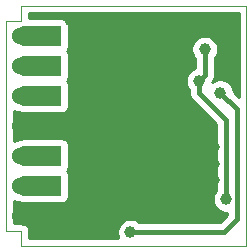
<source format=gbr>
%TF.GenerationSoftware,KiCad,Pcbnew,(5.1.9)-1*%
%TF.CreationDate,2021-06-01T10:14:56+02:00*%
%TF.ProjectId,14_Demi_Pont_H_99,31345f44-656d-4695-9f50-6f6e745f485f,rev?*%
%TF.SameCoordinates,Original*%
%TF.FileFunction,Copper,L2,Bot*%
%TF.FilePolarity,Positive*%
%FSLAX46Y46*%
G04 Gerber Fmt 4.6, Leading zero omitted, Abs format (unit mm)*
G04 Created by KiCad (PCBNEW (5.1.9)-1) date 2021-06-01 10:14:56*
%MOMM*%
%LPD*%
G01*
G04 APERTURE LIST*
%TA.AperFunction,Profile*%
%ADD10C,0.050000*%
%TD*%
%TA.AperFunction,ComponentPad*%
%ADD11C,1.524000*%
%TD*%
%TA.AperFunction,ComponentPad*%
%ADD12C,0.100000*%
%TD*%
%TA.AperFunction,ViaPad*%
%ADD13C,1.000000*%
%TD*%
%TA.AperFunction,Conductor*%
%ADD14C,0.400000*%
%TD*%
%TA.AperFunction,Conductor*%
%ADD15C,0.254000*%
%TD*%
%TA.AperFunction,Conductor*%
%ADD16C,0.100000*%
%TD*%
G04 APERTURE END LIST*
D10*
X115570000Y-60960000D02*
X120650000Y-60960000D01*
X115570000Y-81280000D02*
X120650000Y-81280000D01*
X101600000Y-62230000D02*
X101600000Y-60960000D01*
X100330000Y-62230000D02*
X101600000Y-62230000D01*
X100330000Y-67310000D02*
X100330000Y-62230000D01*
X100330000Y-72390000D02*
X100330000Y-67310000D01*
X120650000Y-60960000D02*
X120650000Y-81280000D01*
X101600000Y-60960000D02*
X115570000Y-60960000D01*
X101600000Y-80010000D02*
X101600000Y-81280000D01*
X100330000Y-80010000D02*
X101600000Y-80010000D01*
X115570000Y-81280000D02*
X101600000Y-81280000D01*
X100330000Y-80010000D02*
X100330000Y-72390000D01*
D11*
%TO.P,J5,1*%
%TO.N,Vpower*%
X101600000Y-73660000D03*
%TA.AperFunction,ComponentPad*%
D12*
G36*
X101928132Y-74509917D02*
G01*
X101845251Y-74504703D01*
X101763275Y-74491425D01*
X101682986Y-74470212D01*
X101605149Y-74441265D01*
X101530509Y-74404861D01*
X101459778Y-74361346D01*
X101393631Y-74311138D01*
X101332698Y-74254714D01*
X101277563Y-74192613D01*
X101228750Y-74125429D01*
X101186727Y-74053802D01*
X101151894Y-73978416D01*
X101124583Y-73899990D01*
X101105056Y-73819274D01*
X101093498Y-73737038D01*
X101090021Y-73654066D01*
X101094656Y-73571151D01*
X101107361Y-73489084D01*
X101128013Y-73408648D01*
X101156416Y-73330612D01*
X101192299Y-73255719D01*
X101235318Y-73184686D01*
X101285064Y-73118190D01*
X101341061Y-73056865D01*
X101402775Y-73001297D01*
X101469617Y-72952017D01*
X101540949Y-72909495D01*
X101616090Y-72874136D01*
X101694323Y-72846278D01*
X101774901Y-72826188D01*
X101857055Y-72814057D01*
X101940000Y-72810000D01*
X104990000Y-72810000D01*
X104990000Y-74510000D01*
X101940000Y-74510000D01*
X101928132Y-74509917D01*
G37*
%TD.AperFunction*%
%TD*%
D11*
%TO.P,J4,1*%
%TO.N,+15V*%
X101600000Y-63500000D03*
%TA.AperFunction,ComponentPad*%
D12*
G36*
X101928132Y-64349917D02*
G01*
X101845251Y-64344703D01*
X101763275Y-64331425D01*
X101682986Y-64310212D01*
X101605149Y-64281265D01*
X101530509Y-64244861D01*
X101459778Y-64201346D01*
X101393631Y-64151138D01*
X101332698Y-64094714D01*
X101277563Y-64032613D01*
X101228750Y-63965429D01*
X101186727Y-63893802D01*
X101151894Y-63818416D01*
X101124583Y-63739990D01*
X101105056Y-63659274D01*
X101093498Y-63577038D01*
X101090021Y-63494066D01*
X101094656Y-63411151D01*
X101107361Y-63329084D01*
X101128013Y-63248648D01*
X101156416Y-63170612D01*
X101192299Y-63095719D01*
X101235318Y-63024686D01*
X101285064Y-62958190D01*
X101341061Y-62896865D01*
X101402775Y-62841297D01*
X101469617Y-62792017D01*
X101540949Y-62749495D01*
X101616090Y-62714136D01*
X101694323Y-62686278D01*
X101774901Y-62666188D01*
X101857055Y-62654057D01*
X101940000Y-62650000D01*
X104990000Y-62650000D01*
X104990000Y-64350000D01*
X101940000Y-64350000D01*
X101928132Y-64349917D01*
G37*
%TD.AperFunction*%
%TD*%
D11*
%TO.P,J6,1*%
%TO.N,OUT*%
X101600000Y-76200000D03*
%TA.AperFunction,ComponentPad*%
D12*
G36*
X101928132Y-77049917D02*
G01*
X101845251Y-77044703D01*
X101763275Y-77031425D01*
X101682986Y-77010212D01*
X101605149Y-76981265D01*
X101530509Y-76944861D01*
X101459778Y-76901346D01*
X101393631Y-76851138D01*
X101332698Y-76794714D01*
X101277563Y-76732613D01*
X101228750Y-76665429D01*
X101186727Y-76593802D01*
X101151894Y-76518416D01*
X101124583Y-76439990D01*
X101105056Y-76359274D01*
X101093498Y-76277038D01*
X101090021Y-76194066D01*
X101094656Y-76111151D01*
X101107361Y-76029084D01*
X101128013Y-75948648D01*
X101156416Y-75870612D01*
X101192299Y-75795719D01*
X101235318Y-75724686D01*
X101285064Y-75658190D01*
X101341061Y-75596865D01*
X101402775Y-75541297D01*
X101469617Y-75492017D01*
X101540949Y-75449495D01*
X101616090Y-75414136D01*
X101694323Y-75386278D01*
X101774901Y-75366188D01*
X101857055Y-75354057D01*
X101940000Y-75350000D01*
X104990000Y-75350000D01*
X104990000Y-77050000D01*
X101940000Y-77050000D01*
X101928132Y-77049917D01*
G37*
%TD.AperFunction*%
%TD*%
D11*
%TO.P,J3,1*%
%TO.N,GND*%
X101600000Y-71120000D03*
%TA.AperFunction,ComponentPad*%
D12*
G36*
X101928132Y-71969917D02*
G01*
X101845251Y-71964703D01*
X101763275Y-71951425D01*
X101682986Y-71930212D01*
X101605149Y-71901265D01*
X101530509Y-71864861D01*
X101459778Y-71821346D01*
X101393631Y-71771138D01*
X101332698Y-71714714D01*
X101277563Y-71652613D01*
X101228750Y-71585429D01*
X101186727Y-71513802D01*
X101151894Y-71438416D01*
X101124583Y-71359990D01*
X101105056Y-71279274D01*
X101093498Y-71197038D01*
X101090021Y-71114066D01*
X101094656Y-71031151D01*
X101107361Y-70949084D01*
X101128013Y-70868648D01*
X101156416Y-70790612D01*
X101192299Y-70715719D01*
X101235318Y-70644686D01*
X101285064Y-70578190D01*
X101341061Y-70516865D01*
X101402775Y-70461297D01*
X101469617Y-70412017D01*
X101540949Y-70369495D01*
X101616090Y-70334136D01*
X101694323Y-70306278D01*
X101774901Y-70286188D01*
X101857055Y-70274057D01*
X101940000Y-70270000D01*
X104990000Y-70270000D01*
X104990000Y-71970000D01*
X101940000Y-71970000D01*
X101928132Y-71969917D01*
G37*
%TD.AperFunction*%
%TD*%
D11*
%TO.P,J1,1*%
%TO.N,Cmd_Haut*%
X101600000Y-66040000D03*
%TA.AperFunction,ComponentPad*%
D12*
G36*
X101928132Y-66889917D02*
G01*
X101845251Y-66884703D01*
X101763275Y-66871425D01*
X101682986Y-66850212D01*
X101605149Y-66821265D01*
X101530509Y-66784861D01*
X101459778Y-66741346D01*
X101393631Y-66691138D01*
X101332698Y-66634714D01*
X101277563Y-66572613D01*
X101228750Y-66505429D01*
X101186727Y-66433802D01*
X101151894Y-66358416D01*
X101124583Y-66279990D01*
X101105056Y-66199274D01*
X101093498Y-66117038D01*
X101090021Y-66034066D01*
X101094656Y-65951151D01*
X101107361Y-65869084D01*
X101128013Y-65788648D01*
X101156416Y-65710612D01*
X101192299Y-65635719D01*
X101235318Y-65564686D01*
X101285064Y-65498190D01*
X101341061Y-65436865D01*
X101402775Y-65381297D01*
X101469617Y-65332017D01*
X101540949Y-65289495D01*
X101616090Y-65254136D01*
X101694323Y-65226278D01*
X101774901Y-65206188D01*
X101857055Y-65194057D01*
X101940000Y-65190000D01*
X104990000Y-65190000D01*
X104990000Y-66890000D01*
X101940000Y-66890000D01*
X101928132Y-66889917D01*
G37*
%TD.AperFunction*%
%TD*%
D11*
%TO.P,J2,1*%
%TO.N,Cmd_Bas*%
X101600000Y-68580000D03*
%TA.AperFunction,ComponentPad*%
D12*
G36*
X101928132Y-69429917D02*
G01*
X101845251Y-69424703D01*
X101763275Y-69411425D01*
X101682986Y-69390212D01*
X101605149Y-69361265D01*
X101530509Y-69324861D01*
X101459778Y-69281346D01*
X101393631Y-69231138D01*
X101332698Y-69174714D01*
X101277563Y-69112613D01*
X101228750Y-69045429D01*
X101186727Y-68973802D01*
X101151894Y-68898416D01*
X101124583Y-68819990D01*
X101105056Y-68739274D01*
X101093498Y-68657038D01*
X101090021Y-68574066D01*
X101094656Y-68491151D01*
X101107361Y-68409084D01*
X101128013Y-68328648D01*
X101156416Y-68250612D01*
X101192299Y-68175719D01*
X101235318Y-68104686D01*
X101285064Y-68038190D01*
X101341061Y-67976865D01*
X101402775Y-67921297D01*
X101469617Y-67872017D01*
X101540949Y-67829495D01*
X101616090Y-67794136D01*
X101694323Y-67766278D01*
X101774901Y-67746188D01*
X101857055Y-67734057D01*
X101940000Y-67730000D01*
X104990000Y-67730000D01*
X104990000Y-69430000D01*
X101940000Y-69430000D01*
X101928132Y-69429917D01*
G37*
%TD.AperFunction*%
%TD*%
D11*
%TO.P,J7,1*%
%TO.N,GND*%
X101600000Y-78740000D03*
%TA.AperFunction,ComponentPad*%
D12*
G36*
X101928132Y-79589917D02*
G01*
X101845251Y-79584703D01*
X101763275Y-79571425D01*
X101682986Y-79550212D01*
X101605149Y-79521265D01*
X101530509Y-79484861D01*
X101459778Y-79441346D01*
X101393631Y-79391138D01*
X101332698Y-79334714D01*
X101277563Y-79272613D01*
X101228750Y-79205429D01*
X101186727Y-79133802D01*
X101151894Y-79058416D01*
X101124583Y-78979990D01*
X101105056Y-78899274D01*
X101093498Y-78817038D01*
X101090021Y-78734066D01*
X101094656Y-78651151D01*
X101107361Y-78569084D01*
X101128013Y-78488648D01*
X101156416Y-78410612D01*
X101192299Y-78335719D01*
X101235318Y-78264686D01*
X101285064Y-78198190D01*
X101341061Y-78136865D01*
X101402775Y-78081297D01*
X101469617Y-78032017D01*
X101540949Y-77989495D01*
X101616090Y-77954136D01*
X101694323Y-77926278D01*
X101774901Y-77906188D01*
X101857055Y-77894057D01*
X101940000Y-77890000D01*
X104990000Y-77890000D01*
X104990000Y-79590000D01*
X101940000Y-79590000D01*
X101928132Y-79589917D01*
G37*
%TD.AperFunction*%
%TD*%
D13*
%TO.N,OUT*%
X116640000Y-67340000D03*
X117140000Y-64640000D03*
X118940000Y-77340000D03*
%TO.N,Net-(Q1-Pad4)*%
X110840000Y-80140000D03*
X118440000Y-68340000D03*
%TO.N,GND*%
X114040000Y-71540000D03*
X115340000Y-71540000D03*
X116640000Y-71540000D03*
X105740000Y-62140000D03*
X117940000Y-72940000D03*
X117940000Y-74340000D03*
X117940000Y-75740000D03*
%TD*%
D14*
%TO.N,OUT*%
X117140000Y-65540000D02*
X117140000Y-64640000D01*
X117140000Y-66840000D02*
X116640000Y-67340000D01*
X117140000Y-64640000D02*
X117140000Y-66840000D01*
X118940000Y-70640000D02*
X117190000Y-68890000D01*
X118940000Y-77340000D02*
X118940000Y-70640000D01*
X116640000Y-68340000D02*
X117190000Y-68890000D01*
X116640000Y-67340000D02*
X116640000Y-68340000D01*
%TO.N,Net-(Q1-Pad4)*%
X110840000Y-80140000D02*
X118740000Y-80140000D01*
X118740000Y-80140000D02*
X119840000Y-79040000D01*
X119840000Y-69740000D02*
X118440000Y-68340000D01*
X119840000Y-79040000D02*
X119840000Y-69740000D01*
%TO.N,GND*%
X115340000Y-71540000D02*
X114040000Y-71540000D01*
X115340000Y-71540000D02*
X116640000Y-71540000D01*
X104560000Y-71540000D02*
X104140000Y-71120000D01*
X104140000Y-78740000D02*
X113740000Y-78740000D01*
X115340000Y-77140000D02*
X115340000Y-71540000D01*
X113740000Y-78740000D02*
X115340000Y-77140000D01*
X106840000Y-63240000D02*
X106840000Y-71540000D01*
X105740000Y-62140000D02*
X106840000Y-63240000D01*
X106840000Y-71540000D02*
X104560000Y-71540000D01*
X114040000Y-71540000D02*
X106840000Y-71540000D01*
X117940000Y-75740000D02*
X117940000Y-72940000D01*
%TD*%
D15*
%TO.N,GND*%
X119990000Y-68709133D02*
X119575000Y-68294133D01*
X119575000Y-68228212D01*
X119531383Y-68008933D01*
X119445824Y-67802376D01*
X119321612Y-67616480D01*
X119163520Y-67458388D01*
X118977624Y-67334176D01*
X118771067Y-67248617D01*
X118551788Y-67205000D01*
X118328212Y-67205000D01*
X118108933Y-67248617D01*
X117902376Y-67334176D01*
X117775000Y-67419286D01*
X117775000Y-67382468D01*
X117837636Y-67306146D01*
X117915172Y-67161087D01*
X117962918Y-67003689D01*
X117975000Y-66881019D01*
X117975000Y-66881018D01*
X117979040Y-66840000D01*
X117975000Y-66798982D01*
X117975000Y-65410132D01*
X118021612Y-65363520D01*
X118145824Y-65177624D01*
X118231383Y-64971067D01*
X118275000Y-64751788D01*
X118275000Y-64528212D01*
X118231383Y-64308933D01*
X118145824Y-64102376D01*
X118021612Y-63916480D01*
X117863520Y-63758388D01*
X117677624Y-63634176D01*
X117471067Y-63548617D01*
X117251788Y-63505000D01*
X117028212Y-63505000D01*
X116808933Y-63548617D01*
X116602376Y-63634176D01*
X116416480Y-63758388D01*
X116258388Y-63916480D01*
X116134176Y-64102376D01*
X116048617Y-64308933D01*
X116005000Y-64528212D01*
X116005000Y-64751788D01*
X116048617Y-64971067D01*
X116134176Y-65177624D01*
X116258388Y-65363520D01*
X116305000Y-65410132D01*
X116305001Y-66250246D01*
X116102376Y-66334176D01*
X115916480Y-66458388D01*
X115758388Y-66616480D01*
X115634176Y-66802376D01*
X115548617Y-67008933D01*
X115505000Y-67228212D01*
X115505000Y-67451788D01*
X115548617Y-67671067D01*
X115634176Y-67877624D01*
X115758388Y-68063520D01*
X115805001Y-68110133D01*
X115805001Y-68298972D01*
X115800960Y-68340000D01*
X115817082Y-68503688D01*
X115864828Y-68661086D01*
X115942364Y-68806145D01*
X115942365Y-68806146D01*
X116046710Y-68933291D01*
X116078574Y-68959441D01*
X116570562Y-69451429D01*
X118105001Y-70985870D01*
X118105000Y-76569868D01*
X118058388Y-76616480D01*
X117934176Y-76802376D01*
X117848617Y-77008933D01*
X117805000Y-77228212D01*
X117805000Y-77451788D01*
X117848617Y-77671067D01*
X117934176Y-77877624D01*
X118058388Y-78063520D01*
X118216480Y-78221612D01*
X118402376Y-78345824D01*
X118608933Y-78431383D01*
X118828212Y-78475000D01*
X119005000Y-78475000D01*
X119005000Y-78694131D01*
X118394133Y-79305000D01*
X111610132Y-79305000D01*
X111563520Y-79258388D01*
X111377624Y-79134176D01*
X111171067Y-79048617D01*
X110951788Y-79005000D01*
X110728212Y-79005000D01*
X110508933Y-79048617D01*
X110302376Y-79134176D01*
X110116480Y-79258388D01*
X109958388Y-79416480D01*
X109834176Y-79602376D01*
X109748617Y-79808933D01*
X109705000Y-80028212D01*
X109705000Y-80251788D01*
X109748617Y-80471067D01*
X109810307Y-80620000D01*
X102260000Y-80620000D01*
X102260000Y-80042418D01*
X102263193Y-80010000D01*
X102250450Y-79880617D01*
X102212710Y-79756207D01*
X102151425Y-79641550D01*
X102068948Y-79541052D01*
X101968450Y-79458575D01*
X101853793Y-79397290D01*
X101729383Y-79359550D01*
X101632419Y-79350000D01*
X101600000Y-79346807D01*
X101567581Y-79350000D01*
X100990000Y-79350000D01*
X100990000Y-77459431D01*
X101192510Y-77543314D01*
X101401535Y-77584892D01*
X101412217Y-77589470D01*
X101570343Y-77639630D01*
X101692149Y-77665520D01*
X101857006Y-77684012D01*
X101923670Y-77687973D01*
X101935538Y-77688056D01*
X101940000Y-77688072D01*
X104990000Y-77688072D01*
X105114482Y-77675812D01*
X105234180Y-77639502D01*
X105344494Y-77580537D01*
X105441185Y-77501185D01*
X105520537Y-77404494D01*
X105579502Y-77294180D01*
X105615812Y-77174482D01*
X105628072Y-77050000D01*
X105628072Y-75350000D01*
X105615812Y-75225518D01*
X105579502Y-75105820D01*
X105520537Y-74995506D01*
X105466778Y-74930000D01*
X105520537Y-74864494D01*
X105579502Y-74754180D01*
X105615812Y-74634482D01*
X105628072Y-74510000D01*
X105628072Y-72810000D01*
X105615812Y-72685518D01*
X105579502Y-72565820D01*
X105520537Y-72455506D01*
X105441185Y-72358815D01*
X105344494Y-72279463D01*
X105234180Y-72220498D01*
X105114482Y-72184188D01*
X104990000Y-72171928D01*
X101940000Y-72171928D01*
X101877735Y-72174973D01*
X101712636Y-72191161D01*
X101590477Y-72215349D01*
X101431666Y-72263297D01*
X101404386Y-72274541D01*
X101192510Y-72316686D01*
X100990000Y-72400569D01*
X100990000Y-69839431D01*
X101192510Y-69923314D01*
X101401535Y-69964892D01*
X101412217Y-69969470D01*
X101570343Y-70019630D01*
X101692149Y-70045520D01*
X101857006Y-70064012D01*
X101923670Y-70067973D01*
X101935538Y-70068056D01*
X101940000Y-70068072D01*
X104990000Y-70068072D01*
X105114482Y-70055812D01*
X105234180Y-70019502D01*
X105344494Y-69960537D01*
X105441185Y-69881185D01*
X105520537Y-69784494D01*
X105579502Y-69674180D01*
X105615812Y-69554482D01*
X105628072Y-69430000D01*
X105628072Y-67730000D01*
X105615812Y-67605518D01*
X105579502Y-67485820D01*
X105520537Y-67375506D01*
X105466778Y-67310000D01*
X105520537Y-67244494D01*
X105579502Y-67134180D01*
X105615812Y-67014482D01*
X105628072Y-66890000D01*
X105628072Y-65190000D01*
X105615812Y-65065518D01*
X105579502Y-64945820D01*
X105520537Y-64835506D01*
X105466778Y-64770000D01*
X105520537Y-64704494D01*
X105579502Y-64594180D01*
X105615812Y-64474482D01*
X105628072Y-64350000D01*
X105628072Y-62650000D01*
X105615812Y-62525518D01*
X105579502Y-62405820D01*
X105520537Y-62295506D01*
X105441185Y-62198815D01*
X105344494Y-62119463D01*
X105234180Y-62060498D01*
X105114482Y-62024188D01*
X104990000Y-62011928D01*
X102260000Y-62011928D01*
X102260000Y-61620000D01*
X119990000Y-61620000D01*
X119990000Y-68709133D01*
%TA.AperFunction,Conductor*%
D16*
G36*
X119990000Y-68709133D02*
G01*
X119575000Y-68294133D01*
X119575000Y-68228212D01*
X119531383Y-68008933D01*
X119445824Y-67802376D01*
X119321612Y-67616480D01*
X119163520Y-67458388D01*
X118977624Y-67334176D01*
X118771067Y-67248617D01*
X118551788Y-67205000D01*
X118328212Y-67205000D01*
X118108933Y-67248617D01*
X117902376Y-67334176D01*
X117775000Y-67419286D01*
X117775000Y-67382468D01*
X117837636Y-67306146D01*
X117915172Y-67161087D01*
X117962918Y-67003689D01*
X117975000Y-66881019D01*
X117975000Y-66881018D01*
X117979040Y-66840000D01*
X117975000Y-66798982D01*
X117975000Y-65410132D01*
X118021612Y-65363520D01*
X118145824Y-65177624D01*
X118231383Y-64971067D01*
X118275000Y-64751788D01*
X118275000Y-64528212D01*
X118231383Y-64308933D01*
X118145824Y-64102376D01*
X118021612Y-63916480D01*
X117863520Y-63758388D01*
X117677624Y-63634176D01*
X117471067Y-63548617D01*
X117251788Y-63505000D01*
X117028212Y-63505000D01*
X116808933Y-63548617D01*
X116602376Y-63634176D01*
X116416480Y-63758388D01*
X116258388Y-63916480D01*
X116134176Y-64102376D01*
X116048617Y-64308933D01*
X116005000Y-64528212D01*
X116005000Y-64751788D01*
X116048617Y-64971067D01*
X116134176Y-65177624D01*
X116258388Y-65363520D01*
X116305000Y-65410132D01*
X116305001Y-66250246D01*
X116102376Y-66334176D01*
X115916480Y-66458388D01*
X115758388Y-66616480D01*
X115634176Y-66802376D01*
X115548617Y-67008933D01*
X115505000Y-67228212D01*
X115505000Y-67451788D01*
X115548617Y-67671067D01*
X115634176Y-67877624D01*
X115758388Y-68063520D01*
X115805001Y-68110133D01*
X115805001Y-68298972D01*
X115800960Y-68340000D01*
X115817082Y-68503688D01*
X115864828Y-68661086D01*
X115942364Y-68806145D01*
X115942365Y-68806146D01*
X116046710Y-68933291D01*
X116078574Y-68959441D01*
X116570562Y-69451429D01*
X118105001Y-70985870D01*
X118105000Y-76569868D01*
X118058388Y-76616480D01*
X117934176Y-76802376D01*
X117848617Y-77008933D01*
X117805000Y-77228212D01*
X117805000Y-77451788D01*
X117848617Y-77671067D01*
X117934176Y-77877624D01*
X118058388Y-78063520D01*
X118216480Y-78221612D01*
X118402376Y-78345824D01*
X118608933Y-78431383D01*
X118828212Y-78475000D01*
X119005000Y-78475000D01*
X119005000Y-78694131D01*
X118394133Y-79305000D01*
X111610132Y-79305000D01*
X111563520Y-79258388D01*
X111377624Y-79134176D01*
X111171067Y-79048617D01*
X110951788Y-79005000D01*
X110728212Y-79005000D01*
X110508933Y-79048617D01*
X110302376Y-79134176D01*
X110116480Y-79258388D01*
X109958388Y-79416480D01*
X109834176Y-79602376D01*
X109748617Y-79808933D01*
X109705000Y-80028212D01*
X109705000Y-80251788D01*
X109748617Y-80471067D01*
X109810307Y-80620000D01*
X102260000Y-80620000D01*
X102260000Y-80042418D01*
X102263193Y-80010000D01*
X102250450Y-79880617D01*
X102212710Y-79756207D01*
X102151425Y-79641550D01*
X102068948Y-79541052D01*
X101968450Y-79458575D01*
X101853793Y-79397290D01*
X101729383Y-79359550D01*
X101632419Y-79350000D01*
X101600000Y-79346807D01*
X101567581Y-79350000D01*
X100990000Y-79350000D01*
X100990000Y-77459431D01*
X101192510Y-77543314D01*
X101401535Y-77584892D01*
X101412217Y-77589470D01*
X101570343Y-77639630D01*
X101692149Y-77665520D01*
X101857006Y-77684012D01*
X101923670Y-77687973D01*
X101935538Y-77688056D01*
X101940000Y-77688072D01*
X104990000Y-77688072D01*
X105114482Y-77675812D01*
X105234180Y-77639502D01*
X105344494Y-77580537D01*
X105441185Y-77501185D01*
X105520537Y-77404494D01*
X105579502Y-77294180D01*
X105615812Y-77174482D01*
X105628072Y-77050000D01*
X105628072Y-75350000D01*
X105615812Y-75225518D01*
X105579502Y-75105820D01*
X105520537Y-74995506D01*
X105466778Y-74930000D01*
X105520537Y-74864494D01*
X105579502Y-74754180D01*
X105615812Y-74634482D01*
X105628072Y-74510000D01*
X105628072Y-72810000D01*
X105615812Y-72685518D01*
X105579502Y-72565820D01*
X105520537Y-72455506D01*
X105441185Y-72358815D01*
X105344494Y-72279463D01*
X105234180Y-72220498D01*
X105114482Y-72184188D01*
X104990000Y-72171928D01*
X101940000Y-72171928D01*
X101877735Y-72174973D01*
X101712636Y-72191161D01*
X101590477Y-72215349D01*
X101431666Y-72263297D01*
X101404386Y-72274541D01*
X101192510Y-72316686D01*
X100990000Y-72400569D01*
X100990000Y-69839431D01*
X101192510Y-69923314D01*
X101401535Y-69964892D01*
X101412217Y-69969470D01*
X101570343Y-70019630D01*
X101692149Y-70045520D01*
X101857006Y-70064012D01*
X101923670Y-70067973D01*
X101935538Y-70068056D01*
X101940000Y-70068072D01*
X104990000Y-70068072D01*
X105114482Y-70055812D01*
X105234180Y-70019502D01*
X105344494Y-69960537D01*
X105441185Y-69881185D01*
X105520537Y-69784494D01*
X105579502Y-69674180D01*
X105615812Y-69554482D01*
X105628072Y-69430000D01*
X105628072Y-67730000D01*
X105615812Y-67605518D01*
X105579502Y-67485820D01*
X105520537Y-67375506D01*
X105466778Y-67310000D01*
X105520537Y-67244494D01*
X105579502Y-67134180D01*
X105615812Y-67014482D01*
X105628072Y-66890000D01*
X105628072Y-65190000D01*
X105615812Y-65065518D01*
X105579502Y-64945820D01*
X105520537Y-64835506D01*
X105466778Y-64770000D01*
X105520537Y-64704494D01*
X105579502Y-64594180D01*
X105615812Y-64474482D01*
X105628072Y-64350000D01*
X105628072Y-62650000D01*
X105615812Y-62525518D01*
X105579502Y-62405820D01*
X105520537Y-62295506D01*
X105441185Y-62198815D01*
X105344494Y-62119463D01*
X105234180Y-62060498D01*
X105114482Y-62024188D01*
X104990000Y-62011928D01*
X102260000Y-62011928D01*
X102260000Y-61620000D01*
X119990000Y-61620000D01*
X119990000Y-68709133D01*
G37*
%TD.AperFunction*%
%TD*%
M02*

</source>
